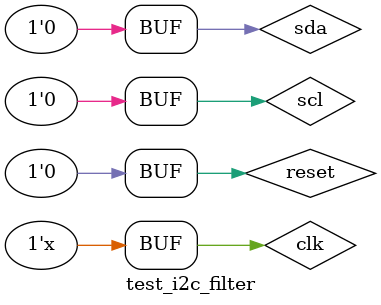
<source format=v>
`timescale 1ns / 1ps


module test_i2c_filter;

    localparam HALF_CYCLE = 5;
    localparam FULL_CYCLE = HALF_CYCLE * 2;

    reg clk = 0;
    reg reset = 0;
    reg sda = 1;
    reg scl = 1;
    wire sda_filt;
    wire scl_filt;

    i2c_filter i_i2c_filter
    (
        .clk(clk),
        .sda(sda),
        .scl(scl),
        .reset(reset),
        .sda_filt(sda_filt),
        .scl_filt(scl_filt)
    );
    
    initial 
    begin 
        reset = 1;
        // get past global reset period (GSR)
        #100
        // Do reset
        #FULL_CYCLE
        reset = 0;  
        // Integral starts at 1, wait 15 cycles with 0 input and should switch to zero.
        sda = 0;
        scl = 0;
        #(FULL_CYCLE * 15);
        // Same for high
        sda = 1;
        scl = 1;
        #(FULL_CYCLE * 15);
        // Back to low but add glitch, it should be 17 cycles in total.
        sda = 0;
        scl = 0;
        #(FULL_CYCLE * 8);
        sda = 1;
        scl = 1;
        #FULL_CYCLE;
        sda = 0;
        scl = 0;
        #(FULL_CYCLE * 9);
    end
    
    always begin
        #HALF_CYCLE clk = ~clk;
    end

endmodule
</source>
